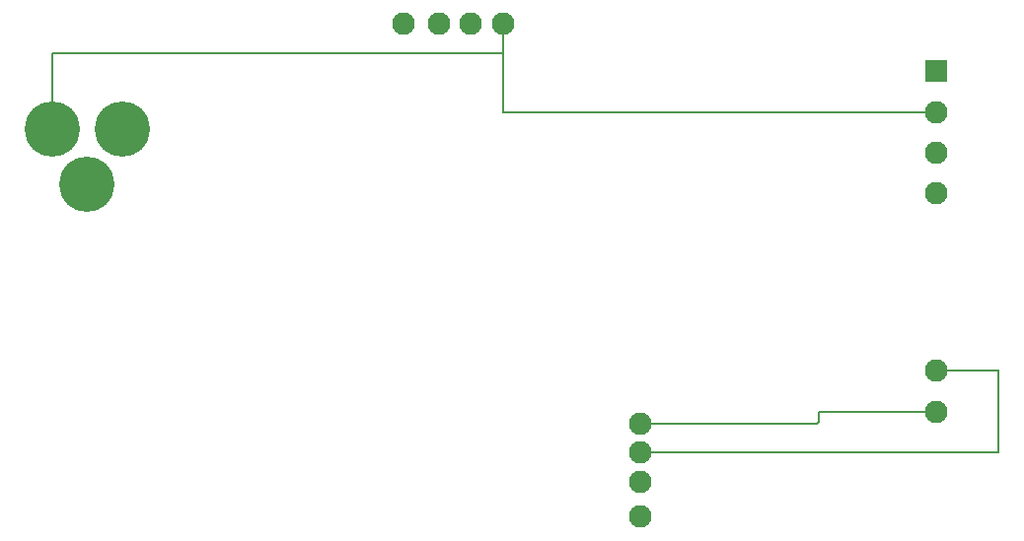
<source format=gbr>
%TF.GenerationSoftware,KiCad,Pcbnew,8.0.2-1*%
%TF.CreationDate,2024-07-11T16:18:04-04:00*%
%TF.ProjectId,stairs light strip,73746169-7273-4206-9c69-676874207374,rev?*%
%TF.SameCoordinates,Original*%
%TF.FileFunction,Copper,L2,Bot*%
%TF.FilePolarity,Positive*%
%FSLAX46Y46*%
G04 Gerber Fmt 4.6, Leading zero omitted, Abs format (unit mm)*
G04 Created by KiCad (PCBNEW 8.0.2-1) date 2024-07-11 16:18:04*
%MOMM*%
%LPD*%
G01*
G04 APERTURE LIST*
%TA.AperFunction,ComponentPad*%
%ADD10C,1.950000*%
%TD*%
%TA.AperFunction,ComponentPad*%
%ADD11R,1.950000X1.950000*%
%TD*%
%TA.AperFunction,ComponentPad*%
%ADD12C,4.743000*%
%TD*%
%TA.AperFunction,Conductor*%
%ADD13C,0.200000*%
%TD*%
G04 APERTURE END LIST*
D10*
%TO.P,pir-motion-sensor1,1,Pin_1*%
%TO.N,Net-(pir-motion-sensor1-Pin_1)*%
X195133398Y-91440000D03*
%TO.P,pir-motion-sensor1,2,Pin_2*%
%TO.N,Net-(pir-motion-sensor1-Pin_2)*%
X198133398Y-91440000D03*
%TO.P,pir-motion-sensor1,3,Pin_3*%
%TO.N,Net-(pir-motion-sensor1-Pin_3)*%
X200883398Y-91440000D03*
%TO.P,pir-motion-sensor1,4,Pin_4*%
%TO.N,Net-(pir-motion-sensor1-Pin_4)*%
X203633398Y-91440000D03*
%TD*%
D11*
%TO.P,pir terminal block,1,1*%
%TO.N,Net-(pir-motion-sensor1-Pin_3)*%
X240803398Y-95540000D03*
D10*
%TO.P,pir terminal block,2,2*%
%TO.N,Net-(pir-motion-sensor1-Pin_4)*%
X240803398Y-99040000D03*
%TO.P,pir terminal block,3,3*%
%TO.N,Net-(pir-motion-sensor1-Pin_2)*%
X240803398Y-102540000D03*
%TO.P,pir terminal block,4,4*%
%TO.N,Net-(pir-motion-sensor1-Pin_1)*%
X240803398Y-106040000D03*
%TD*%
D12*
%TO.P,barrel jack,1,1*%
%TO.N,Net-(pir-motion-sensor1-Pin_3)*%
X170952398Y-100544000D03*
%TO.P,barrel jack,2,2*%
%TO.N,Net-(pir-motion-sensor1-Pin_4)*%
X164952398Y-100544000D03*
%TO.P,barrel jack,3,3*%
%TO.N,unconnected-(barrel-jack1-Pad3)*%
X167952398Y-105244000D03*
%TD*%
D10*
%TO.P,pwm-dimmer1,1,Pin_1*%
%TO.N,Net-(pir-motion-sensor1-Pin_1)*%
X215453398Y-133810000D03*
%TO.P,pwm-dimmer1,2,Pin_2*%
%TO.N,Net-(pir-motion-sensor1-Pin_2)*%
X215453398Y-130810000D03*
%TO.P,pwm-dimmer1,3,Pin_3*%
%TO.N,Net-(pwm-dimmer1-Pin_3)*%
X215453398Y-128310000D03*
%TO.P,pwm-dimmer1,4,Pin_4*%
%TO.N,Net-(pwm-dimmer1-Pin_4)*%
X215453398Y-125810000D03*
%TD*%
%TO.P,light strip terminal block,1,1*%
%TO.N,Net-(pwm-dimmer1-Pin_3)*%
X240853398Y-121285000D03*
%TO.P,light strip terminal block,2,2*%
%TO.N,Net-(pwm-dimmer1-Pin_4)*%
X240853398Y-124785000D03*
%TD*%
D13*
%TO.N,Net-(pir-motion-sensor1-Pin_4)*%
X164952398Y-93948400D02*
X164952398Y-100544000D01*
X203633398Y-93948400D02*
X164952398Y-93948400D01*
X203633398Y-99040000D02*
X203633398Y-93948400D01*
X240803398Y-99040000D02*
X203633398Y-99040000D01*
X203633398Y-91440000D02*
X203633398Y-93948400D01*
%TO.N,Net-(pwm-dimmer1-Pin_4)*%
X215453398Y-125810000D02*
X230613398Y-125810000D01*
X240853398Y-124785000D02*
X230764398Y-124785000D01*
X230613398Y-125810000D02*
X230764398Y-125659000D01*
X240558398Y-125080000D02*
X240853398Y-124785000D01*
X230764398Y-125659000D02*
X230764398Y-124785000D01*
%TO.N,Net-(pwm-dimmer1-Pin_3)*%
X246060398Y-121285000D02*
X246187398Y-121158000D01*
X240853398Y-121285000D02*
X246060398Y-121285000D01*
X246147398Y-128310000D02*
X246187398Y-128270000D01*
X215453398Y-128310000D02*
X246147398Y-128310000D01*
X246187398Y-121158000D02*
X246187398Y-128270000D01*
%TD*%
M02*

</source>
